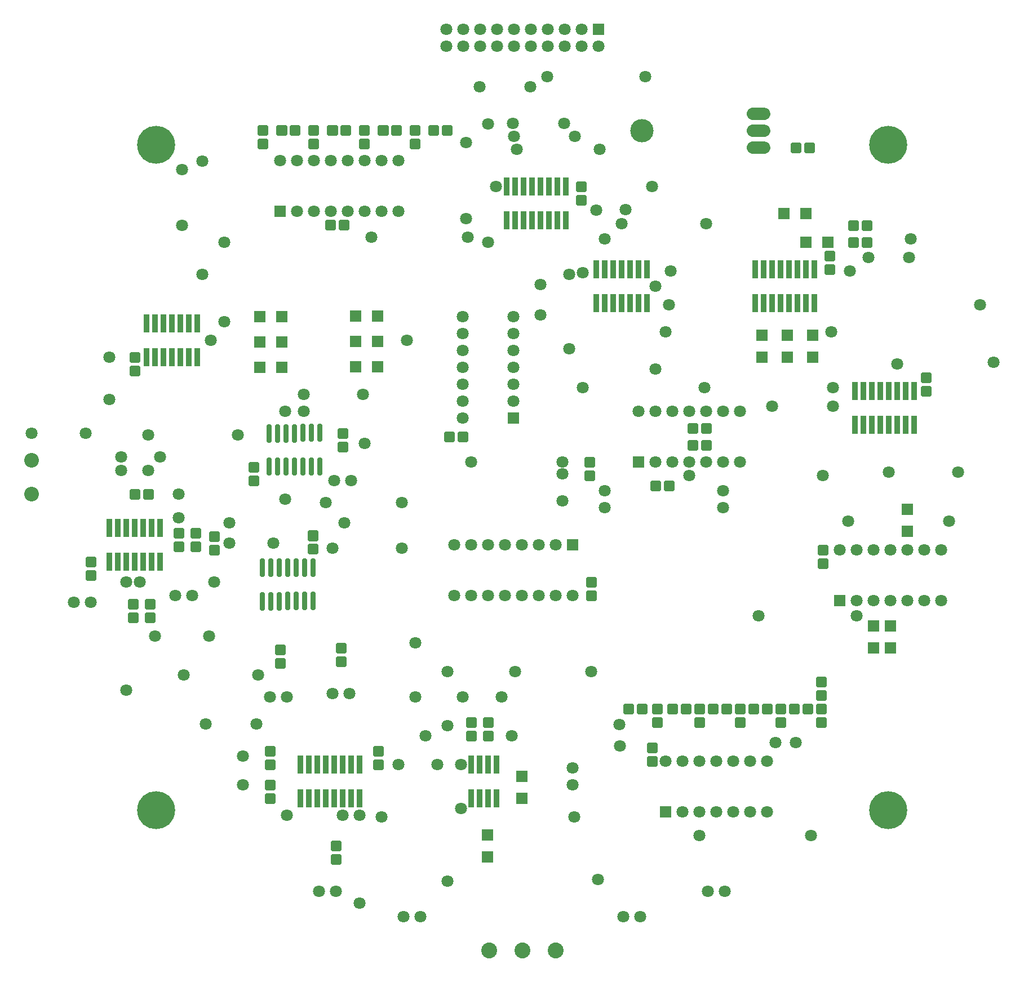
<source format=gbr>
G04 EAGLE Gerber RS-274X export*
G75*
%MOMM*%
%FSLAX34Y34*%
%LPD*%
%INSoldermask Bottom*%
%IPPOS*%
%AMOC8*
5,1,8,0,0,1.08239X$1,22.5*%
G01*
%ADD10C,1.803200*%
%ADD11C,0.480959*%
%ADD12R,1.703200X1.703200*%
%ADD13C,1.879600*%
%ADD14C,3.505200*%
%ADD15R,0.838200X2.703200*%
%ADD16R,1.803200X1.803200*%
%ADD17C,0.640219*%
%ADD18C,2.387600*%
%ADD19C,2.203200*%
%ADD20C,5.703200*%


D10*
X876300Y363220D03*
X876300Y337820D03*
D11*
X332209Y705589D02*
X332209Y716811D01*
X343431Y716811D01*
X343431Y705589D01*
X332209Y705589D01*
X332209Y710158D02*
X343431Y710158D01*
X343431Y714727D02*
X332209Y714727D01*
X332209Y696621D02*
X332209Y685399D01*
X332209Y696621D02*
X343431Y696621D01*
X343431Y685399D01*
X332209Y685399D01*
X332209Y689968D02*
X343431Y689968D01*
X343431Y694537D02*
X332209Y694537D01*
D10*
X518160Y795020D03*
X543560Y795020D03*
X421640Y469900D03*
X447040Y469900D03*
X515620Y474980D03*
X541020Y474980D03*
D11*
X909851Y616689D02*
X909851Y627911D01*
X909851Y616689D02*
X898629Y616689D01*
X898629Y627911D01*
X909851Y627911D01*
X909851Y621258D02*
X898629Y621258D01*
X898629Y625827D02*
X909851Y625827D01*
X909851Y636879D02*
X909851Y648101D01*
X909851Y636879D02*
X898629Y636879D01*
X898629Y648101D01*
X909851Y648101D01*
X909851Y641448D02*
X898629Y641448D01*
X898629Y646017D02*
X909851Y646017D01*
X1246609Y685269D02*
X1246609Y696491D01*
X1257831Y696491D01*
X1257831Y685269D01*
X1246609Y685269D01*
X1246609Y689838D02*
X1257831Y689838D01*
X1257831Y694407D02*
X1246609Y694407D01*
X1246609Y676301D02*
X1246609Y665079D01*
X1246609Y676301D02*
X1257831Y676301D01*
X1257831Y665079D01*
X1246609Y665079D01*
X1246609Y669648D02*
X1257831Y669648D01*
X1257831Y674217D02*
X1246609Y674217D01*
D10*
X152400Y612140D03*
X127000Y612140D03*
X279400Y622300D03*
X304800Y622300D03*
D11*
X146789Y667489D02*
X146789Y678711D01*
X158011Y678711D01*
X158011Y667489D01*
X146789Y667489D01*
X146789Y672058D02*
X158011Y672058D01*
X158011Y676627D02*
X146789Y676627D01*
X146789Y658521D02*
X146789Y647299D01*
X146789Y658521D02*
X158011Y658521D01*
X158011Y647299D01*
X146789Y647299D01*
X146789Y651868D02*
X158011Y651868D01*
X158011Y656437D02*
X146789Y656437D01*
X729511Y417091D02*
X729511Y405869D01*
X718289Y405869D01*
X718289Y417091D01*
X729511Y417091D01*
X729511Y410438D02*
X718289Y410438D01*
X718289Y415007D02*
X729511Y415007D01*
X729511Y426059D02*
X729511Y437281D01*
X729511Y426059D02*
X718289Y426059D01*
X718289Y437281D01*
X729511Y437281D01*
X729511Y430628D02*
X718289Y430628D01*
X718289Y435197D02*
X729511Y435197D01*
X427251Y323111D02*
X427251Y311889D01*
X416029Y311889D01*
X416029Y323111D01*
X427251Y323111D01*
X427251Y316458D02*
X416029Y316458D01*
X416029Y321027D02*
X427251Y321027D01*
X427251Y332079D02*
X427251Y343301D01*
X427251Y332079D02*
X416029Y332079D01*
X416029Y343301D01*
X427251Y343301D01*
X427251Y336648D02*
X416029Y336648D01*
X416029Y341217D02*
X427251Y341217D01*
X1001291Y367769D02*
X1001291Y378991D01*
X1001291Y367769D02*
X990069Y367769D01*
X990069Y378991D01*
X1001291Y378991D01*
X1001291Y372338D02*
X990069Y372338D01*
X990069Y376907D02*
X1001291Y376907D01*
X1001291Y387959D02*
X1001291Y399181D01*
X1001291Y387959D02*
X990069Y387959D01*
X990069Y399181D01*
X1001291Y399181D01*
X1001291Y392528D02*
X990069Y392528D01*
X990069Y397097D02*
X1001291Y397097D01*
X883389Y1231369D02*
X883389Y1242591D01*
X894611Y1242591D01*
X894611Y1231369D01*
X883389Y1231369D01*
X883389Y1235938D02*
X894611Y1235938D01*
X894611Y1240507D02*
X883389Y1240507D01*
X883389Y1222401D02*
X883389Y1211179D01*
X883389Y1222401D02*
X894611Y1222401D01*
X894611Y1211179D01*
X883389Y1211179D01*
X883389Y1215748D02*
X894611Y1215748D01*
X894611Y1220317D02*
X883389Y1220317D01*
X589811Y373911D02*
X589811Y362689D01*
X578589Y362689D01*
X578589Y373911D01*
X589811Y373911D01*
X589811Y367258D02*
X578589Y367258D01*
X578589Y371827D02*
X589811Y371827D01*
X589811Y382879D02*
X589811Y394101D01*
X589811Y382879D02*
X578589Y382879D01*
X578589Y394101D01*
X589811Y394101D01*
X589811Y387448D02*
X578589Y387448D01*
X578589Y392017D02*
X589811Y392017D01*
X212829Y974829D02*
X212829Y986051D01*
X224051Y986051D01*
X224051Y974829D01*
X212829Y974829D01*
X212829Y979398D02*
X224051Y979398D01*
X224051Y983967D02*
X212829Y983967D01*
X212829Y965861D02*
X212829Y954639D01*
X212829Y965861D02*
X224051Y965861D01*
X224051Y954639D01*
X212829Y954639D01*
X212829Y959208D02*
X224051Y959208D01*
X224051Y963777D02*
X212829Y963777D01*
X1292329Y1147549D02*
X1303551Y1147549D01*
X1292329Y1147549D02*
X1292329Y1158771D01*
X1303551Y1158771D01*
X1303551Y1147549D01*
X1303551Y1152118D02*
X1292329Y1152118D01*
X1292329Y1156687D02*
X1303551Y1156687D01*
X1312519Y1147549D02*
X1323741Y1147549D01*
X1312519Y1147549D02*
X1312519Y1158771D01*
X1323741Y1158771D01*
X1323741Y1147549D01*
X1323741Y1152118D02*
X1312519Y1152118D01*
X1312519Y1156687D02*
X1323741Y1156687D01*
X391899Y820951D02*
X391899Y809729D01*
X391899Y820951D02*
X403121Y820951D01*
X403121Y809729D01*
X391899Y809729D01*
X391899Y814298D02*
X403121Y814298D01*
X403121Y818867D02*
X391899Y818867D01*
X391899Y800761D02*
X391899Y789539D01*
X391899Y800761D02*
X403121Y800761D01*
X403121Y789539D01*
X391899Y789539D01*
X391899Y794108D02*
X403121Y794108D01*
X403121Y798677D02*
X391899Y798677D01*
D10*
X924560Y779780D03*
X924560Y754380D03*
X1102360Y779780D03*
X1102360Y754380D03*
D11*
X716811Y866671D02*
X705589Y866671D01*
X716811Y866671D02*
X716811Y855449D01*
X705589Y855449D01*
X705589Y866671D01*
X705589Y860018D02*
X716811Y860018D01*
X716811Y864587D02*
X705589Y864587D01*
X696621Y866671D02*
X685399Y866671D01*
X696621Y866671D02*
X696621Y855449D01*
X685399Y855449D01*
X685399Y866671D01*
X685399Y860018D02*
X696621Y860018D01*
X696621Y864587D02*
X685399Y864587D01*
X896089Y828571D02*
X896089Y817349D01*
X896089Y828571D02*
X907311Y828571D01*
X907311Y817349D01*
X896089Y817349D01*
X896089Y821918D02*
X907311Y821918D01*
X907311Y826487D02*
X896089Y826487D01*
X896089Y808381D02*
X896089Y797159D01*
X896089Y808381D02*
X907311Y808381D01*
X907311Y797159D01*
X896089Y797159D01*
X896089Y801728D02*
X907311Y801728D01*
X907311Y806297D02*
X896089Y806297D01*
X1267991Y1106909D02*
X1267991Y1118131D01*
X1267991Y1106909D02*
X1256769Y1106909D01*
X1256769Y1118131D01*
X1267991Y1118131D01*
X1267991Y1111478D02*
X1256769Y1111478D01*
X1256769Y1116047D02*
X1267991Y1116047D01*
X1267991Y1127099D02*
X1267991Y1138321D01*
X1267991Y1127099D02*
X1256769Y1127099D01*
X1256769Y1138321D01*
X1267991Y1138321D01*
X1267991Y1131668D02*
X1256769Y1131668D01*
X1256769Y1136237D02*
X1267991Y1136237D01*
X1412771Y935251D02*
X1412771Y924029D01*
X1401549Y924029D01*
X1401549Y935251D01*
X1412771Y935251D01*
X1412771Y928598D02*
X1401549Y928598D01*
X1401549Y933167D02*
X1412771Y933167D01*
X1412771Y944219D02*
X1412771Y955441D01*
X1412771Y944219D02*
X1401549Y944219D01*
X1401549Y955441D01*
X1412771Y955441D01*
X1412771Y948788D02*
X1401549Y948788D01*
X1401549Y953357D02*
X1412771Y953357D01*
X492021Y697761D02*
X492021Y686539D01*
X480799Y686539D01*
X480799Y697761D01*
X492021Y697761D01*
X492021Y691108D02*
X480799Y691108D01*
X480799Y695677D02*
X492021Y695677D01*
X492021Y706729D02*
X492021Y717951D01*
X492021Y706729D02*
X480799Y706729D01*
X480799Y717951D01*
X492021Y717951D01*
X492021Y711298D02*
X480799Y711298D01*
X480799Y715867D02*
X492021Y715867D01*
D12*
X748030Y229870D03*
X748030Y262870D03*
X582930Y1004570D03*
X549930Y1004570D03*
X582930Y1042670D03*
X549930Y1042670D03*
X1193800Y1196340D03*
X1226800Y1196340D03*
X1259840Y1153160D03*
X1226840Y1153160D03*
X1236980Y1013460D03*
X1236980Y980460D03*
X1198880Y1013460D03*
X1198880Y980460D03*
X1160780Y1013460D03*
X1160780Y980460D03*
X800100Y317500D03*
X800100Y350500D03*
X406400Y965200D03*
X439400Y965200D03*
X406400Y1003300D03*
X439400Y1003300D03*
X406400Y1041400D03*
X439400Y1041400D03*
X1328420Y576580D03*
X1328420Y543580D03*
X1353820Y576580D03*
X1353820Y543580D03*
X1379220Y718820D03*
X1379220Y751820D03*
X582930Y966470D03*
X549930Y966470D03*
D10*
X495300Y177800D03*
X520700Y177800D03*
X622300Y139700D03*
X647700Y139700D03*
X952500Y139700D03*
X977900Y139700D03*
X1079500Y177800D03*
X1104900Y177800D03*
D13*
X1147318Y1295400D02*
X1164082Y1295400D01*
X1164082Y1320800D02*
X1147318Y1320800D01*
X1147318Y1346200D02*
X1164082Y1346200D01*
D14*
X980440Y1320800D03*
D11*
X743689Y437411D02*
X743689Y426189D01*
X743689Y437411D02*
X754911Y437411D01*
X754911Y426189D01*
X743689Y426189D01*
X743689Y430758D02*
X754911Y430758D01*
X754911Y435327D02*
X743689Y435327D01*
X743689Y417221D02*
X743689Y405999D01*
X743689Y417221D02*
X754911Y417221D01*
X754911Y405999D01*
X743689Y405999D01*
X743689Y410568D02*
X754911Y410568D01*
X754911Y415137D02*
X743689Y415137D01*
X1040869Y457731D02*
X1052091Y457731D01*
X1052091Y446509D01*
X1040869Y446509D01*
X1040869Y457731D01*
X1040869Y451078D02*
X1052091Y451078D01*
X1052091Y455647D02*
X1040869Y455647D01*
X1031901Y457731D02*
X1020679Y457731D01*
X1031901Y457731D02*
X1031901Y446509D01*
X1020679Y446509D01*
X1020679Y457731D01*
X1020679Y451078D02*
X1031901Y451078D01*
X1031901Y455647D02*
X1020679Y455647D01*
X1008911Y437411D02*
X1008911Y426189D01*
X997689Y426189D01*
X997689Y437411D01*
X1008911Y437411D01*
X1008911Y430758D02*
X997689Y430758D01*
X997689Y435327D02*
X1008911Y435327D01*
X1008911Y446379D02*
X1008911Y457601D01*
X1008911Y446379D02*
X997689Y446379D01*
X997689Y457601D01*
X1008911Y457601D01*
X1008911Y450948D02*
X997689Y450948D01*
X997689Y455517D02*
X1008911Y455517D01*
X1255291Y466829D02*
X1255291Y478051D01*
X1255291Y466829D02*
X1244069Y466829D01*
X1244069Y478051D01*
X1255291Y478051D01*
X1255291Y471398D02*
X1244069Y471398D01*
X1244069Y475967D02*
X1255291Y475967D01*
X1255291Y487019D02*
X1255291Y498241D01*
X1255291Y487019D02*
X1244069Y487019D01*
X1244069Y498241D01*
X1255291Y498241D01*
X1255291Y491588D02*
X1244069Y491588D01*
X1244069Y496157D02*
X1255291Y496157D01*
X986051Y457731D02*
X974829Y457731D01*
X986051Y457731D02*
X986051Y446509D01*
X974829Y446509D01*
X974829Y457731D01*
X974829Y451078D02*
X986051Y451078D01*
X986051Y455647D02*
X974829Y455647D01*
X965861Y457731D02*
X954639Y457731D01*
X965861Y457731D02*
X965861Y446509D01*
X954639Y446509D01*
X954639Y457731D01*
X954639Y451078D02*
X965861Y451078D01*
X965861Y455647D02*
X954639Y455647D01*
X995149Y781789D02*
X1006371Y781789D01*
X995149Y781789D02*
X995149Y793011D01*
X1006371Y793011D01*
X1006371Y781789D01*
X1006371Y786358D02*
X995149Y786358D01*
X995149Y790927D02*
X1006371Y790927D01*
X1015339Y781789D02*
X1026561Y781789D01*
X1015339Y781789D02*
X1015339Y793011D01*
X1026561Y793011D01*
X1026561Y781789D01*
X1026561Y786358D02*
X1015339Y786358D01*
X1015339Y790927D02*
X1026561Y790927D01*
X1071349Y853971D02*
X1082571Y853971D01*
X1082571Y842749D01*
X1071349Y842749D01*
X1071349Y853971D01*
X1071349Y847318D02*
X1082571Y847318D01*
X1082571Y851887D02*
X1071349Y851887D01*
X1062381Y853971D02*
X1051159Y853971D01*
X1062381Y853971D02*
X1062381Y842749D01*
X1051159Y842749D01*
X1051159Y853971D01*
X1051159Y847318D02*
X1062381Y847318D01*
X1062381Y851887D02*
X1051159Y851887D01*
X1071349Y879371D02*
X1082571Y879371D01*
X1082571Y868149D01*
X1071349Y868149D01*
X1071349Y879371D01*
X1071349Y872718D02*
X1082571Y872718D01*
X1082571Y877287D02*
X1071349Y877287D01*
X1062381Y879371D02*
X1051159Y879371D01*
X1062381Y879371D02*
X1062381Y868149D01*
X1051159Y868149D01*
X1051159Y879371D01*
X1051159Y872718D02*
X1062381Y872718D01*
X1062381Y877287D02*
X1051159Y877287D01*
X526311Y231671D02*
X526311Y220449D01*
X515089Y220449D01*
X515089Y231671D01*
X526311Y231671D01*
X526311Y225018D02*
X515089Y225018D01*
X515089Y229587D02*
X526311Y229587D01*
X526311Y240639D02*
X526311Y251861D01*
X526311Y240639D02*
X515089Y240639D01*
X515089Y251861D01*
X526311Y251861D01*
X526311Y245208D02*
X515089Y245208D01*
X515089Y249777D02*
X526311Y249777D01*
X525249Y860529D02*
X525249Y871751D01*
X536471Y871751D01*
X536471Y860529D01*
X525249Y860529D01*
X525249Y865098D02*
X536471Y865098D01*
X536471Y869667D02*
X525249Y869667D01*
X525249Y851561D02*
X525249Y840339D01*
X525249Y851561D02*
X536471Y851561D01*
X536471Y840339D01*
X525249Y840339D01*
X525249Y844908D02*
X536471Y844908D01*
X536471Y849477D02*
X525249Y849477D01*
X1226289Y1301011D02*
X1237511Y1301011D01*
X1237511Y1289789D01*
X1226289Y1289789D01*
X1226289Y1301011D01*
X1226289Y1294358D02*
X1237511Y1294358D01*
X1237511Y1298927D02*
X1226289Y1298927D01*
X1217321Y1301011D02*
X1206099Y1301011D01*
X1217321Y1301011D02*
X1217321Y1289789D01*
X1206099Y1289789D01*
X1206099Y1301011D01*
X1206099Y1294358D02*
X1217321Y1294358D01*
X1217321Y1298927D02*
X1206099Y1298927D01*
X431269Y546631D02*
X431269Y535409D01*
X431269Y546631D02*
X442491Y546631D01*
X442491Y535409D01*
X431269Y535409D01*
X431269Y539978D02*
X442491Y539978D01*
X442491Y544547D02*
X431269Y544547D01*
X431269Y526441D02*
X431269Y515219D01*
X431269Y526441D02*
X442491Y526441D01*
X442491Y515219D01*
X431269Y515219D01*
X431269Y519788D02*
X442491Y519788D01*
X442491Y524357D02*
X431269Y524357D01*
X522709Y537949D02*
X522709Y549171D01*
X533931Y549171D01*
X533931Y537949D01*
X522709Y537949D01*
X522709Y542518D02*
X533931Y542518D01*
X533931Y547087D02*
X522709Y547087D01*
X522709Y528981D02*
X522709Y517759D01*
X522709Y528981D02*
X533931Y528981D01*
X533931Y517759D01*
X522709Y517759D01*
X522709Y522328D02*
X533931Y522328D01*
X533931Y526897D02*
X522709Y526897D01*
X1255291Y437411D02*
X1255291Y426189D01*
X1244069Y426189D01*
X1244069Y437411D01*
X1255291Y437411D01*
X1255291Y430758D02*
X1244069Y430758D01*
X1244069Y435327D02*
X1255291Y435327D01*
X1255291Y446379D02*
X1255291Y457601D01*
X1255291Y446379D02*
X1244069Y446379D01*
X1244069Y457601D01*
X1255291Y457601D01*
X1255291Y450948D02*
X1244069Y450948D01*
X1244069Y455517D02*
X1255291Y455517D01*
X246911Y583669D02*
X246911Y594891D01*
X246911Y583669D02*
X235689Y583669D01*
X235689Y594891D01*
X246911Y594891D01*
X246911Y588238D02*
X235689Y588238D01*
X235689Y592807D02*
X246911Y592807D01*
X246911Y603859D02*
X246911Y615081D01*
X246911Y603859D02*
X235689Y603859D01*
X235689Y615081D01*
X246911Y615081D01*
X246911Y608428D02*
X235689Y608428D01*
X235689Y612997D02*
X246911Y612997D01*
X210289Y615211D02*
X210289Y603989D01*
X210289Y615211D02*
X221511Y615211D01*
X221511Y603989D01*
X210289Y603989D01*
X210289Y608558D02*
X221511Y608558D01*
X221511Y613127D02*
X210289Y613127D01*
X210289Y595021D02*
X210289Y583799D01*
X210289Y595021D02*
X221511Y595021D01*
X221511Y583799D01*
X210289Y583799D01*
X210289Y588368D02*
X221511Y588368D01*
X221511Y592937D02*
X210289Y592937D01*
X278869Y710669D02*
X278869Y721891D01*
X290091Y721891D01*
X290091Y710669D01*
X278869Y710669D01*
X278869Y715238D02*
X290091Y715238D01*
X290091Y719807D02*
X278869Y719807D01*
X278869Y701701D02*
X278869Y690479D01*
X278869Y701701D02*
X290091Y701701D01*
X290091Y690479D01*
X278869Y690479D01*
X278869Y695048D02*
X290091Y695048D01*
X290091Y699617D02*
X278869Y699617D01*
X304269Y710669D02*
X304269Y721891D01*
X315491Y721891D01*
X315491Y710669D01*
X304269Y710669D01*
X304269Y715238D02*
X315491Y715238D01*
X315491Y719807D02*
X304269Y719807D01*
X304269Y701701D02*
X304269Y690479D01*
X304269Y701701D02*
X315491Y701701D01*
X315491Y690479D01*
X304269Y690479D01*
X304269Y695048D02*
X315491Y695048D01*
X315491Y699617D02*
X304269Y699617D01*
X1292329Y1172949D02*
X1303551Y1172949D01*
X1292329Y1172949D02*
X1292329Y1184171D01*
X1303551Y1184171D01*
X1303551Y1172949D01*
X1303551Y1177518D02*
X1292329Y1177518D01*
X1292329Y1182087D02*
X1303551Y1182087D01*
X1312519Y1172949D02*
X1323741Y1172949D01*
X1312519Y1172949D02*
X1312519Y1184171D01*
X1323741Y1184171D01*
X1323741Y1172949D01*
X1323741Y1177518D02*
X1312519Y1177518D01*
X1312519Y1182087D02*
X1323741Y1182087D01*
X645277Y1295718D02*
X645277Y1306940D01*
X645277Y1295718D02*
X634055Y1295718D01*
X634055Y1306940D01*
X645277Y1306940D01*
X645277Y1300287D02*
X634055Y1300287D01*
X634055Y1304856D02*
X645277Y1304856D01*
X645277Y1315908D02*
X645277Y1327130D01*
X645277Y1315908D02*
X634055Y1315908D01*
X634055Y1327130D01*
X645277Y1327130D01*
X645277Y1320477D02*
X634055Y1320477D01*
X634055Y1325046D02*
X645277Y1325046D01*
X1223749Y457731D02*
X1234971Y457731D01*
X1234971Y446509D01*
X1223749Y446509D01*
X1223749Y457731D01*
X1223749Y451078D02*
X1234971Y451078D01*
X1234971Y455647D02*
X1223749Y455647D01*
X1214781Y457731D02*
X1203559Y457731D01*
X1214781Y457731D02*
X1214781Y446509D01*
X1203559Y446509D01*
X1203559Y457731D01*
X1203559Y451078D02*
X1214781Y451078D01*
X1214781Y455647D02*
X1203559Y455647D01*
X617337Y1327260D02*
X606115Y1327260D01*
X617337Y1327260D02*
X617337Y1316038D01*
X606115Y1316038D01*
X606115Y1327260D01*
X606115Y1320607D02*
X617337Y1320607D01*
X617337Y1325176D02*
X606115Y1325176D01*
X597147Y1327260D02*
X585925Y1327260D01*
X597147Y1327260D02*
X597147Y1316038D01*
X585925Y1316038D01*
X585925Y1327260D01*
X585925Y1320607D02*
X597147Y1320607D01*
X597147Y1325176D02*
X585925Y1325176D01*
X569077Y1306940D02*
X569077Y1295718D01*
X557855Y1295718D01*
X557855Y1306940D01*
X569077Y1306940D01*
X569077Y1300287D02*
X557855Y1300287D01*
X557855Y1304856D02*
X569077Y1304856D01*
X569077Y1315908D02*
X569077Y1327130D01*
X569077Y1315908D02*
X557855Y1315908D01*
X557855Y1327130D01*
X569077Y1327130D01*
X569077Y1320477D02*
X557855Y1320477D01*
X557855Y1325046D02*
X569077Y1325046D01*
X541137Y1327260D02*
X529915Y1327260D01*
X541137Y1327260D02*
X541137Y1316038D01*
X529915Y1316038D01*
X529915Y1327260D01*
X529915Y1320607D02*
X541137Y1320607D01*
X541137Y1325176D02*
X529915Y1325176D01*
X520947Y1327260D02*
X509725Y1327260D01*
X520947Y1327260D02*
X520947Y1316038D01*
X509725Y1316038D01*
X509725Y1327260D01*
X509725Y1320607D02*
X520947Y1320607D01*
X520947Y1325176D02*
X509725Y1325176D01*
X492877Y1306940D02*
X492877Y1295718D01*
X481655Y1295718D01*
X481655Y1306940D01*
X492877Y1306940D01*
X492877Y1300287D02*
X481655Y1300287D01*
X481655Y1304856D02*
X492877Y1304856D01*
X492877Y1315908D02*
X492877Y1327130D01*
X492877Y1315908D02*
X481655Y1315908D01*
X481655Y1327130D01*
X492877Y1327130D01*
X492877Y1320477D02*
X481655Y1320477D01*
X481655Y1325046D02*
X492877Y1325046D01*
X464937Y1327260D02*
X453715Y1327260D01*
X464937Y1327260D02*
X464937Y1316038D01*
X453715Y1316038D01*
X453715Y1327260D01*
X453715Y1320607D02*
X464937Y1320607D01*
X464937Y1325176D02*
X453715Y1325176D01*
X444747Y1327260D02*
X433525Y1327260D01*
X444747Y1327260D02*
X444747Y1316038D01*
X433525Y1316038D01*
X433525Y1327260D01*
X433525Y1320607D02*
X444747Y1320607D01*
X444747Y1325176D02*
X433525Y1325176D01*
X416677Y1306940D02*
X416677Y1295718D01*
X405455Y1295718D01*
X405455Y1306940D01*
X416677Y1306940D01*
X416677Y1300287D02*
X405455Y1300287D01*
X405455Y1304856D02*
X416677Y1304856D01*
X416677Y1315908D02*
X416677Y1327130D01*
X416677Y1315908D02*
X405455Y1315908D01*
X405455Y1327130D01*
X416677Y1327130D01*
X416677Y1320477D02*
X405455Y1320477D01*
X405455Y1325046D02*
X416677Y1325046D01*
X661995Y1316038D02*
X673217Y1316038D01*
X661995Y1316038D02*
X661995Y1327260D01*
X673217Y1327260D01*
X673217Y1316038D01*
X673217Y1320607D02*
X661995Y1320607D01*
X661995Y1325176D02*
X673217Y1325176D01*
X682185Y1316038D02*
X693407Y1316038D01*
X682185Y1316038D02*
X682185Y1327260D01*
X693407Y1327260D01*
X693407Y1316038D01*
X693407Y1320607D02*
X682185Y1320607D01*
X682185Y1325176D02*
X693407Y1325176D01*
X244371Y780311D02*
X233149Y780311D01*
X244371Y780311D02*
X244371Y769089D01*
X233149Y769089D01*
X233149Y780311D01*
X233149Y773658D02*
X244371Y773658D01*
X244371Y778227D02*
X233149Y778227D01*
X224181Y780311D02*
X212959Y780311D01*
X224181Y780311D02*
X224181Y769089D01*
X212959Y769089D01*
X212959Y780311D01*
X212959Y773658D02*
X224181Y773658D01*
X224181Y778227D02*
X212959Y778227D01*
X427251Y373911D02*
X427251Y362689D01*
X416029Y362689D01*
X416029Y373911D01*
X427251Y373911D01*
X427251Y367258D02*
X416029Y367258D01*
X416029Y371827D02*
X427251Y371827D01*
X427251Y382879D02*
X427251Y394101D01*
X427251Y382879D02*
X416029Y382879D01*
X416029Y394101D01*
X427251Y394101D01*
X427251Y387448D02*
X416029Y387448D01*
X416029Y392017D02*
X427251Y392017D01*
X1194331Y426189D02*
X1194331Y437411D01*
X1194331Y426189D02*
X1183109Y426189D01*
X1183109Y437411D01*
X1194331Y437411D01*
X1194331Y430758D02*
X1183109Y430758D01*
X1183109Y435327D02*
X1194331Y435327D01*
X1194331Y446379D02*
X1194331Y457601D01*
X1194331Y446379D02*
X1183109Y446379D01*
X1183109Y457601D01*
X1194331Y457601D01*
X1194331Y450948D02*
X1183109Y450948D01*
X1183109Y455517D02*
X1194331Y455517D01*
X1174011Y457731D02*
X1162789Y457731D01*
X1174011Y457731D02*
X1174011Y446509D01*
X1162789Y446509D01*
X1162789Y457731D01*
X1162789Y451078D02*
X1174011Y451078D01*
X1174011Y455647D02*
X1162789Y455647D01*
X1153821Y457731D02*
X1142599Y457731D01*
X1153821Y457731D02*
X1153821Y446509D01*
X1142599Y446509D01*
X1142599Y457731D01*
X1142599Y451078D02*
X1153821Y451078D01*
X1153821Y455647D02*
X1142599Y455647D01*
X1133371Y437411D02*
X1133371Y426189D01*
X1122149Y426189D01*
X1122149Y437411D01*
X1133371Y437411D01*
X1133371Y430758D02*
X1122149Y430758D01*
X1122149Y435327D02*
X1133371Y435327D01*
X1133371Y446379D02*
X1133371Y457601D01*
X1133371Y446379D02*
X1122149Y446379D01*
X1122149Y457601D01*
X1133371Y457601D01*
X1133371Y450948D02*
X1122149Y450948D01*
X1122149Y455517D02*
X1133371Y455517D01*
X1113051Y457731D02*
X1101829Y457731D01*
X1113051Y457731D02*
X1113051Y446509D01*
X1101829Y446509D01*
X1101829Y457731D01*
X1101829Y451078D02*
X1113051Y451078D01*
X1113051Y455647D02*
X1101829Y455647D01*
X1092861Y457731D02*
X1081639Y457731D01*
X1092861Y457731D02*
X1092861Y446509D01*
X1081639Y446509D01*
X1081639Y457731D01*
X1081639Y451078D02*
X1092861Y451078D01*
X1092861Y455647D02*
X1081639Y455647D01*
X1072411Y437411D02*
X1072411Y426189D01*
X1061189Y426189D01*
X1061189Y437411D01*
X1072411Y437411D01*
X1072411Y430758D02*
X1061189Y430758D01*
X1061189Y435327D02*
X1072411Y435327D01*
X1072411Y446379D02*
X1072411Y457601D01*
X1072411Y446379D02*
X1061189Y446379D01*
X1061189Y457601D01*
X1072411Y457601D01*
X1072411Y450948D02*
X1061189Y450948D01*
X1061189Y455517D02*
X1072411Y455517D01*
D15*
X762000Y317500D03*
X749300Y317500D03*
X736600Y317500D03*
X723900Y317500D03*
X723900Y368300D03*
X736600Y368300D03*
X749300Y368300D03*
X762000Y368300D03*
X256540Y673100D03*
X243840Y673100D03*
X231140Y673100D03*
X218440Y673100D03*
X205740Y673100D03*
X193040Y673100D03*
X180340Y673100D03*
X180340Y723900D03*
X193040Y723900D03*
X205740Y723900D03*
X218440Y723900D03*
X231140Y723900D03*
X243840Y723900D03*
X256540Y723900D03*
X1389380Y878840D03*
X1376680Y878840D03*
X1363980Y878840D03*
X1351280Y878840D03*
X1338580Y878840D03*
X1325880Y878840D03*
X1313180Y878840D03*
X1300480Y878840D03*
X1300480Y929640D03*
X1313180Y929640D03*
X1325880Y929640D03*
X1338580Y929640D03*
X1351280Y929640D03*
X1363980Y929640D03*
X1376680Y929640D03*
X1389380Y929640D03*
X1239520Y1061720D03*
X1226820Y1061720D03*
X1214120Y1061720D03*
X1201420Y1061720D03*
X1188720Y1061720D03*
X1176020Y1061720D03*
X1163320Y1061720D03*
X1150620Y1061720D03*
X1150620Y1112520D03*
X1163320Y1112520D03*
X1176020Y1112520D03*
X1188720Y1112520D03*
X1201420Y1112520D03*
X1214120Y1112520D03*
X1226820Y1112520D03*
X1239520Y1112520D03*
X866140Y1186180D03*
X853440Y1186180D03*
X840740Y1186180D03*
X828040Y1186180D03*
X815340Y1186180D03*
X802640Y1186180D03*
X789940Y1186180D03*
X777240Y1186180D03*
X777240Y1236980D03*
X789940Y1236980D03*
X802640Y1236980D03*
X815340Y1236980D03*
X828040Y1236980D03*
X840740Y1236980D03*
X853440Y1236980D03*
X866140Y1236980D03*
D16*
X436466Y1199729D03*
D10*
X461866Y1199729D03*
X487266Y1199729D03*
X512666Y1199729D03*
X538066Y1199729D03*
X563466Y1199729D03*
X588866Y1199729D03*
X614266Y1199729D03*
X614266Y1275929D03*
X588866Y1275929D03*
X563466Y1275929D03*
X538066Y1275929D03*
X512666Y1275929D03*
X487266Y1275929D03*
X461866Y1275929D03*
X436466Y1275929D03*
D15*
X988060Y1061720D03*
X975360Y1061720D03*
X962660Y1061720D03*
X949960Y1061720D03*
X937260Y1061720D03*
X924560Y1061720D03*
X911860Y1061720D03*
X911860Y1112520D03*
X924560Y1112520D03*
X937260Y1112520D03*
X949960Y1112520D03*
X962660Y1112520D03*
X975360Y1112520D03*
X988060Y1112520D03*
D16*
X1277620Y614680D03*
D10*
X1303020Y614680D03*
X1328420Y614680D03*
X1353820Y614680D03*
X1379220Y614680D03*
X1404620Y614680D03*
X1430020Y614680D03*
X1430020Y690880D03*
X1404620Y690880D03*
X1379220Y690880D03*
X1353820Y690880D03*
X1328420Y690880D03*
X1303020Y690880D03*
X1277620Y690880D03*
D16*
X876300Y698500D03*
D10*
X850900Y698500D03*
X825500Y698500D03*
X800100Y698500D03*
X774700Y698500D03*
X749300Y698500D03*
X723900Y698500D03*
X698500Y698500D03*
X698500Y622300D03*
X723900Y622300D03*
X749300Y622300D03*
X774700Y622300D03*
X800100Y622300D03*
X825500Y622300D03*
X850900Y622300D03*
X876300Y622300D03*
D16*
X1016000Y297180D03*
D10*
X1041400Y297180D03*
X1066800Y297180D03*
X1092200Y297180D03*
X1117600Y297180D03*
X1143000Y297180D03*
X1168400Y297180D03*
X1168400Y373380D03*
X1143000Y373380D03*
X1117600Y373380D03*
X1092200Y373380D03*
X1066800Y373380D03*
X1041400Y373380D03*
X1016000Y373380D03*
D16*
X787400Y889000D03*
D10*
X787400Y914400D03*
X787400Y939800D03*
X787400Y965200D03*
X787400Y990600D03*
X787400Y1016000D03*
X787400Y1041400D03*
X711200Y1041400D03*
X711200Y1016000D03*
X711200Y990600D03*
X711200Y965200D03*
X711200Y939800D03*
X711200Y914400D03*
X711200Y889000D03*
D16*
X975360Y822960D03*
D10*
X1000760Y822960D03*
X1026160Y822960D03*
X1051560Y822960D03*
X1076960Y822960D03*
X1102360Y822960D03*
X1127760Y822960D03*
X1127760Y899160D03*
X1102360Y899160D03*
X1076960Y899160D03*
X1051560Y899160D03*
X1026160Y899160D03*
X1000760Y899160D03*
X975360Y899160D03*
D15*
X236220Y1031240D03*
X248920Y1031240D03*
X261620Y1031240D03*
X274320Y1031240D03*
X287020Y1031240D03*
X299720Y1031240D03*
X312420Y1031240D03*
X312420Y980440D03*
X299720Y980440D03*
X287020Y980440D03*
X274320Y980440D03*
X261620Y980440D03*
X248920Y980440D03*
X236220Y980440D03*
X556260Y317500D03*
X543560Y317500D03*
X530860Y317500D03*
X518160Y317500D03*
X505460Y317500D03*
X492760Y317500D03*
X480060Y317500D03*
X467360Y317500D03*
X467360Y368300D03*
X480060Y368300D03*
X492760Y368300D03*
X505460Y368300D03*
X518160Y368300D03*
X530860Y368300D03*
X543560Y368300D03*
X556260Y368300D03*
D17*
X419805Y855825D02*
X419805Y876455D01*
X420935Y876455D01*
X420935Y855825D01*
X419805Y855825D01*
X419805Y861907D02*
X420935Y861907D01*
X420935Y867989D02*
X419805Y867989D01*
X419805Y874071D02*
X420935Y874071D01*
X432505Y876455D02*
X432505Y855825D01*
X432505Y876455D02*
X433635Y876455D01*
X433635Y855825D01*
X432505Y855825D01*
X432505Y861907D02*
X433635Y861907D01*
X433635Y867989D02*
X432505Y867989D01*
X432505Y874071D02*
X433635Y874071D01*
X445205Y876455D02*
X445205Y855825D01*
X445205Y876455D02*
X446335Y876455D01*
X446335Y855825D01*
X445205Y855825D01*
X445205Y861907D02*
X446335Y861907D01*
X446335Y867989D02*
X445205Y867989D01*
X445205Y874071D02*
X446335Y874071D01*
X457905Y876455D02*
X457905Y855825D01*
X457905Y876455D02*
X459035Y876455D01*
X459035Y855825D01*
X457905Y855825D01*
X457905Y861907D02*
X459035Y861907D01*
X459035Y867989D02*
X457905Y867989D01*
X457905Y874071D02*
X459035Y874071D01*
X496005Y826555D02*
X496005Y805925D01*
X496005Y826555D02*
X497135Y826555D01*
X497135Y805925D01*
X496005Y805925D01*
X496005Y812007D02*
X497135Y812007D01*
X497135Y818089D02*
X496005Y818089D01*
X496005Y824171D02*
X497135Y824171D01*
X496005Y856725D02*
X496005Y877355D01*
X497135Y877355D01*
X497135Y856725D01*
X496005Y856725D01*
X496005Y862807D02*
X497135Y862807D01*
X497135Y868889D02*
X496005Y868889D01*
X496005Y874971D02*
X497135Y874971D01*
X483305Y877355D02*
X483305Y856725D01*
X483305Y877355D02*
X484435Y877355D01*
X484435Y856725D01*
X483305Y856725D01*
X483305Y862807D02*
X484435Y862807D01*
X484435Y868889D02*
X483305Y868889D01*
X483305Y874971D02*
X484435Y874971D01*
X470605Y877355D02*
X470605Y856725D01*
X470605Y877355D02*
X471735Y877355D01*
X471735Y856725D01*
X470605Y856725D01*
X470605Y862807D02*
X471735Y862807D01*
X471735Y868889D02*
X470605Y868889D01*
X470605Y874971D02*
X471735Y874971D01*
X483305Y826555D02*
X483305Y805925D01*
X483305Y826555D02*
X484435Y826555D01*
X484435Y805925D01*
X483305Y805925D01*
X483305Y812007D02*
X484435Y812007D01*
X484435Y818089D02*
X483305Y818089D01*
X483305Y824171D02*
X484435Y824171D01*
X470605Y826555D02*
X470605Y805925D01*
X470605Y826555D02*
X471735Y826555D01*
X471735Y805925D01*
X470605Y805925D01*
X470605Y812007D02*
X471735Y812007D01*
X471735Y818089D02*
X470605Y818089D01*
X470605Y824171D02*
X471735Y824171D01*
X457905Y826555D02*
X457905Y805925D01*
X457905Y826555D02*
X459035Y826555D01*
X459035Y805925D01*
X457905Y805925D01*
X457905Y812007D02*
X459035Y812007D01*
X459035Y818089D02*
X457905Y818089D01*
X457905Y824171D02*
X459035Y824171D01*
X445205Y826555D02*
X445205Y805925D01*
X445205Y826555D02*
X446335Y826555D01*
X446335Y805925D01*
X445205Y805925D01*
X445205Y812007D02*
X446335Y812007D01*
X446335Y818089D02*
X445205Y818089D01*
X445205Y824171D02*
X446335Y824171D01*
X432505Y826555D02*
X432505Y805925D01*
X432505Y826555D02*
X433635Y826555D01*
X433635Y805925D01*
X432505Y805925D01*
X432505Y812007D02*
X433635Y812007D01*
X433635Y818089D02*
X432505Y818089D01*
X432505Y824171D02*
X433635Y824171D01*
X419805Y826555D02*
X419805Y805925D01*
X419805Y826555D02*
X420935Y826555D01*
X420935Y805925D01*
X419805Y805925D01*
X419805Y812007D02*
X420935Y812007D01*
X420935Y818089D02*
X419805Y818089D01*
X419805Y824171D02*
X420935Y824171D01*
X486975Y624995D02*
X486975Y604365D01*
X485845Y604365D01*
X485845Y624995D01*
X486975Y624995D01*
X486975Y610447D02*
X485845Y610447D01*
X485845Y616529D02*
X486975Y616529D01*
X486975Y622611D02*
X485845Y622611D01*
X474275Y624995D02*
X474275Y604365D01*
X473145Y604365D01*
X473145Y624995D01*
X474275Y624995D01*
X474275Y610447D02*
X473145Y610447D01*
X473145Y616529D02*
X474275Y616529D01*
X474275Y622611D02*
X473145Y622611D01*
X461575Y624995D02*
X461575Y604365D01*
X460445Y604365D01*
X460445Y624995D01*
X461575Y624995D01*
X461575Y610447D02*
X460445Y610447D01*
X460445Y616529D02*
X461575Y616529D01*
X461575Y622611D02*
X460445Y622611D01*
X448875Y624995D02*
X448875Y604365D01*
X447745Y604365D01*
X447745Y624995D01*
X448875Y624995D01*
X448875Y610447D02*
X447745Y610447D01*
X447745Y616529D02*
X448875Y616529D01*
X448875Y622611D02*
X447745Y622611D01*
X410775Y654265D02*
X410775Y674895D01*
X410775Y654265D02*
X409645Y654265D01*
X409645Y674895D01*
X410775Y674895D01*
X410775Y660347D02*
X409645Y660347D01*
X409645Y666429D02*
X410775Y666429D01*
X410775Y672511D02*
X409645Y672511D01*
X410775Y624095D02*
X410775Y603465D01*
X409645Y603465D01*
X409645Y624095D01*
X410775Y624095D01*
X410775Y609547D02*
X409645Y609547D01*
X409645Y615629D02*
X410775Y615629D01*
X410775Y621711D02*
X409645Y621711D01*
X423475Y624095D02*
X423475Y603465D01*
X422345Y603465D01*
X422345Y624095D01*
X423475Y624095D01*
X423475Y609547D02*
X422345Y609547D01*
X422345Y615629D02*
X423475Y615629D01*
X423475Y621711D02*
X422345Y621711D01*
X436175Y624095D02*
X436175Y603465D01*
X435045Y603465D01*
X435045Y624095D01*
X436175Y624095D01*
X436175Y609547D02*
X435045Y609547D01*
X435045Y615629D02*
X436175Y615629D01*
X436175Y621711D02*
X435045Y621711D01*
X423475Y654265D02*
X423475Y674895D01*
X423475Y654265D02*
X422345Y654265D01*
X422345Y674895D01*
X423475Y674895D01*
X423475Y660347D02*
X422345Y660347D01*
X422345Y666429D02*
X423475Y666429D01*
X423475Y672511D02*
X422345Y672511D01*
X436175Y674895D02*
X436175Y654265D01*
X435045Y654265D01*
X435045Y674895D01*
X436175Y674895D01*
X436175Y660347D02*
X435045Y660347D01*
X435045Y666429D02*
X436175Y666429D01*
X436175Y672511D02*
X435045Y672511D01*
X448875Y674895D02*
X448875Y654265D01*
X447745Y654265D01*
X447745Y674895D01*
X448875Y674895D01*
X448875Y660347D02*
X447745Y660347D01*
X447745Y666429D02*
X448875Y666429D01*
X448875Y672511D02*
X447745Y672511D01*
X461575Y674895D02*
X461575Y654265D01*
X460445Y654265D01*
X460445Y674895D01*
X461575Y674895D01*
X461575Y660347D02*
X460445Y660347D01*
X460445Y666429D02*
X461575Y666429D01*
X461575Y672511D02*
X460445Y672511D01*
X474275Y674895D02*
X474275Y654265D01*
X473145Y654265D01*
X473145Y674895D01*
X474275Y674895D01*
X474275Y660347D02*
X473145Y660347D01*
X473145Y666429D02*
X474275Y666429D01*
X474275Y672511D02*
X473145Y672511D01*
X486975Y674895D02*
X486975Y654265D01*
X485845Y654265D01*
X485845Y674895D01*
X486975Y674895D01*
X486975Y660347D02*
X485845Y660347D01*
X485845Y666429D02*
X486975Y666429D01*
X486975Y672511D02*
X485845Y672511D01*
D18*
X750619Y88863D03*
X800619Y88863D03*
X850619Y88863D03*
D11*
X518277Y1173798D02*
X507055Y1173798D01*
X507055Y1185020D01*
X518277Y1185020D01*
X518277Y1173798D01*
X518277Y1178367D02*
X507055Y1178367D01*
X507055Y1182936D02*
X518277Y1182936D01*
X527245Y1173798D02*
X538467Y1173798D01*
X527245Y1173798D02*
X527245Y1185020D01*
X538467Y1185020D01*
X538467Y1173798D01*
X538467Y1178367D02*
X527245Y1178367D01*
X527245Y1182936D02*
X538467Y1182936D01*
D19*
X63500Y825500D03*
X63500Y774700D03*
D16*
X915060Y1473200D03*
D10*
X915060Y1447800D03*
X889660Y1473200D03*
X889660Y1447800D03*
X864260Y1473200D03*
X864260Y1447800D03*
X838860Y1473200D03*
X838860Y1447800D03*
X813460Y1473200D03*
X813460Y1447800D03*
X788060Y1473200D03*
X788060Y1447800D03*
X762660Y1473200D03*
X762660Y1447800D03*
X737260Y1473200D03*
X737260Y1447800D03*
X711860Y1473200D03*
X711860Y1447800D03*
X686460Y1473200D03*
X686460Y1447800D03*
X284480Y739140D03*
X284480Y774700D03*
X180340Y916940D03*
X180340Y980440D03*
X716280Y1303020D03*
X716280Y1188720D03*
X789940Y508000D03*
X904240Y508000D03*
X723900Y822960D03*
X861060Y822960D03*
X1320800Y1130300D03*
X1381760Y1130300D03*
X1290320Y734060D03*
X1441830Y734060D03*
X1051560Y802640D03*
X1252220Y802640D03*
X947420Y396240D03*
X946689Y428529D03*
X614680Y368300D03*
X673100Y368300D03*
X426720Y701040D03*
X360680Y701040D03*
X238760Y810260D03*
X198120Y810260D03*
X144780Y866140D03*
X63500Y866140D03*
X226060Y642620D03*
X337820Y642620D03*
X373380Y863600D03*
X238760Y863600D03*
X515620Y693420D03*
X619760Y693420D03*
X861060Y764540D03*
X861060Y805180D03*
X955358Y1202180D03*
X911860Y1201420D03*
X891540Y1107440D03*
X891540Y934720D03*
X711200Y469900D03*
X769620Y469900D03*
X248920Y561340D03*
X330200Y561340D03*
X655320Y411480D03*
X784860Y411480D03*
X708660Y368300D03*
X708660Y302260D03*
X1000760Y962660D03*
X1000760Y1087120D03*
X1023620Y1109980D03*
X1292860Y1109980D03*
X688340Y426720D03*
X688340Y508000D03*
X838200Y1402080D03*
X985520Y1402080D03*
X1181100Y401320D03*
X1211580Y401320D03*
X1066800Y261620D03*
X1234440Y261620D03*
X627380Y1005840D03*
X332740Y1005840D03*
X530860Y292100D03*
X447040Y292100D03*
X736600Y1386840D03*
X812800Y1386840D03*
X916940Y1292860D03*
X792480Y1292860D03*
X879500Y1312520D03*
X788131Y1312449D03*
X786130Y1332230D03*
X862990Y1332230D03*
X1176020Y906780D03*
X1267460Y906780D03*
X556260Y292100D03*
X556260Y160020D03*
X1488440Y1059180D03*
X1021080Y1059180D03*
X878840Y289560D03*
X589280Y289560D03*
X1384300Y1158240D03*
X924560Y1158240D03*
X688340Y193040D03*
X914400Y195580D03*
X749300Y1330960D03*
X749300Y1153160D03*
X640080Y551180D03*
X640080Y469900D03*
X472440Y899160D03*
X472440Y924560D03*
X444500Y899160D03*
X444500Y767080D03*
X505460Y762000D03*
X619760Y762000D03*
X320040Y1104900D03*
X320040Y1275080D03*
X563880Y850900D03*
X561340Y924560D03*
X403860Y502920D03*
X292100Y502920D03*
X401320Y429260D03*
X325120Y429260D03*
X871220Y1104900D03*
X871220Y993140D03*
X1074420Y934720D03*
X1267460Y934720D03*
X1264920Y1018540D03*
X1016000Y1018540D03*
X828040Y1043940D03*
X828040Y1089660D03*
X1351280Y807720D03*
X1455420Y807720D03*
X1155700Y591820D03*
X1303020Y591820D03*
X205740Y642620D03*
X205740Y480060D03*
X1508760Y972820D03*
X1363980Y970280D03*
X289560Y1178560D03*
X289560Y1262380D03*
X949960Y1181100D03*
X1076960Y1181100D03*
X761110Y1236980D03*
X995680Y1236980D03*
X353060Y1033780D03*
X353060Y1153160D03*
X381000Y381000D03*
X381000Y337820D03*
X574040Y1160780D03*
X718820Y1160780D03*
D20*
X250000Y1300000D03*
X1350000Y1300000D03*
X250000Y300000D03*
X1350000Y300000D03*
D10*
X533400Y731520D03*
X198120Y830580D03*
X256540Y830580D03*
X360680Y731520D03*
M02*

</source>
